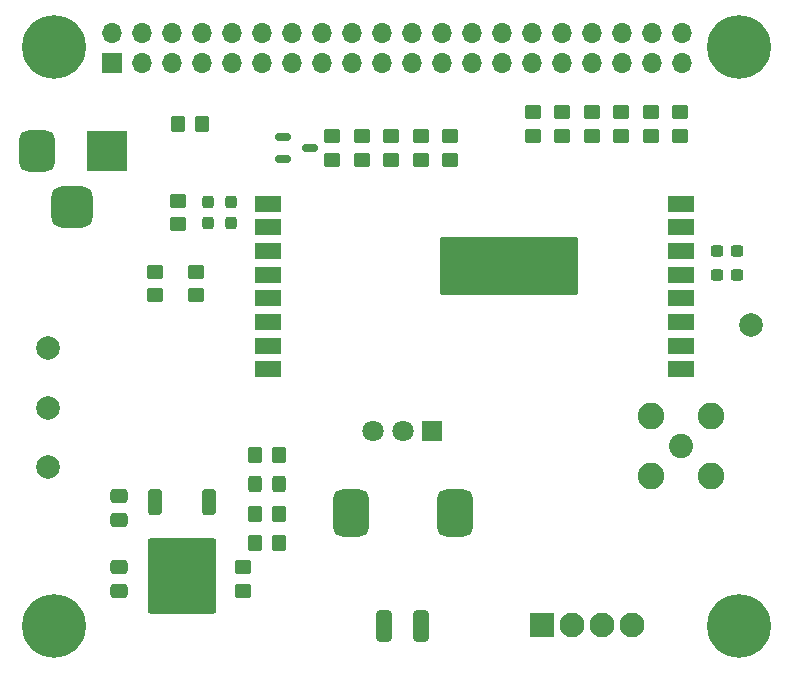
<source format=gbr>
%TF.GenerationSoftware,KiCad,Pcbnew,8.0.2-1*%
%TF.CreationDate,2024-05-25T15:23:03-04:00*%
%TF.ProjectId,Radio HAT,52616469-6f20-4484-9154-2e6b69636164,v1.1*%
%TF.SameCoordinates,Original*%
%TF.FileFunction,Soldermask,Top*%
%TF.FilePolarity,Negative*%
%FSLAX46Y46*%
G04 Gerber Fmt 4.6, Leading zero omitted, Abs format (unit mm)*
G04 Created by KiCad (PCBNEW 8.0.2-1) date 2024-05-25 15:23:03*
%MOMM*%
%LPD*%
G01*
G04 APERTURE LIST*
G04 Aperture macros list*
%AMRoundRect*
0 Rectangle with rounded corners*
0 $1 Rounding radius*
0 $2 $3 $4 $5 $6 $7 $8 $9 X,Y pos of 4 corners*
0 Add a 4 corners polygon primitive as box body*
4,1,4,$2,$3,$4,$5,$6,$7,$8,$9,$2,$3,0*
0 Add four circle primitives for the rounded corners*
1,1,$1+$1,$2,$3*
1,1,$1+$1,$4,$5*
1,1,$1+$1,$6,$7*
1,1,$1+$1,$8,$9*
0 Add four rect primitives between the rounded corners*
20,1,$1+$1,$2,$3,$4,$5,0*
20,1,$1+$1,$4,$5,$6,$7,0*
20,1,$1+$1,$6,$7,$8,$9,0*
20,1,$1+$1,$8,$9,$2,$3,0*%
G04 Aperture macros list end*
%ADD10RoundRect,0.250000X0.350000X0.450000X-0.350000X0.450000X-0.350000X-0.450000X0.350000X-0.450000X0*%
%ADD11R,2.100000X2.100000*%
%ADD12C,2.100000*%
%ADD13RoundRect,0.250000X-0.400000X-1.075000X0.400000X-1.075000X0.400000X1.075000X-0.400000X1.075000X0*%
%ADD14RoundRect,0.150000X-0.512500X-0.150000X0.512500X-0.150000X0.512500X0.150000X-0.512500X0.150000X0*%
%ADD15RoundRect,0.250000X-0.450000X0.350000X-0.450000X-0.350000X0.450000X-0.350000X0.450000X0.350000X0*%
%ADD16C,0.800000*%
%ADD17C,5.400000*%
%ADD18C,2.000000*%
%ADD19RoundRect,0.250000X0.450000X-0.350000X0.450000X0.350000X-0.450000X0.350000X-0.450000X-0.350000X0*%
%ADD20R,1.800000X1.800000*%
%ADD21C,1.800000*%
%ADD22RoundRect,0.750000X-0.750000X1.250000X-0.750000X-1.250000X0.750000X-1.250000X0.750000X1.250000X0*%
%ADD23RoundRect,0.250000X-0.475000X0.337500X-0.475000X-0.337500X0.475000X-0.337500X0.475000X0.337500X0*%
%ADD24RoundRect,0.237500X-0.300000X-0.237500X0.300000X-0.237500X0.300000X0.237500X-0.300000X0.237500X0*%
%ADD25C,2.050000*%
%ADD26C,2.250000*%
%ADD27RoundRect,0.250000X-0.350000X-0.450000X0.350000X-0.450000X0.350000X0.450000X-0.350000X0.450000X0*%
%ADD28RoundRect,0.250000X0.475000X-0.337500X0.475000X0.337500X-0.475000X0.337500X-0.475000X-0.337500X0*%
%ADD29R,1.700000X1.700000*%
%ADD30O,1.700000X1.700000*%
%ADD31RoundRect,0.250000X-0.350000X0.850000X-0.350000X-0.850000X0.350000X-0.850000X0.350000X0.850000X0*%
%ADD32RoundRect,0.249997X-2.650003X2.950003X-2.650003X-2.950003X2.650003X-2.950003X2.650003X2.950003X0*%
%ADD33RoundRect,0.063500X-1.000000X-0.650000X1.000000X-0.650000X1.000000X0.650000X-1.000000X0.650000X0*%
%ADD34RoundRect,0.063500X-5.750000X-2.350000X5.750000X-2.350000X5.750000X2.350000X-5.750000X2.350000X0*%
%ADD35R,3.500000X3.500000*%
%ADD36RoundRect,0.750000X-0.750000X-1.000000X0.750000X-1.000000X0.750000X1.000000X-0.750000X1.000000X0*%
%ADD37RoundRect,0.875000X-0.875000X-0.875000X0.875000X-0.875000X0.875000X0.875000X-0.875000X0.875000X0*%
%ADD38RoundRect,0.250000X-0.325000X-0.450000X0.325000X-0.450000X0.325000X0.450000X-0.325000X0.450000X0*%
%ADD39RoundRect,0.237500X-0.237500X0.300000X-0.237500X-0.300000X0.237500X-0.300000X0.237500X0.300000X0*%
G04 APERTURE END LIST*
D10*
X122500000Y-138000000D03*
X120500000Y-138000000D03*
D11*
X144780000Y-152400000D03*
D12*
X147320000Y-152400000D03*
X149860000Y-152400000D03*
X152400000Y-152400000D03*
D13*
X131450000Y-152500000D03*
X134550000Y-152500000D03*
D14*
X122862500Y-111064000D03*
X122862500Y-112964000D03*
X125137500Y-112014000D03*
D15*
X134518400Y-111014000D03*
X134518400Y-113014000D03*
D16*
X159475000Y-152500000D03*
X160068109Y-151068109D03*
X160068109Y-153931891D03*
X161500000Y-150475000D03*
D17*
X161500000Y-152500000D03*
D16*
X161500000Y-154525000D03*
X162931891Y-151068109D03*
X162931891Y-153931891D03*
X163525000Y-152500000D03*
D18*
X103000000Y-139000000D03*
X103000000Y-134000000D03*
D16*
X101475000Y-152500000D03*
X102068109Y-151068109D03*
X102068109Y-153931891D03*
X103500000Y-150475000D03*
D17*
X103500000Y-152500000D03*
D16*
X103500000Y-154525000D03*
X104931891Y-151068109D03*
X104931891Y-153931891D03*
X105525000Y-152500000D03*
D19*
X119500000Y-149500000D03*
X119500000Y-147500000D03*
D15*
X132029200Y-111014000D03*
X132029200Y-113014000D03*
D20*
X135500000Y-135950000D03*
D21*
X133000000Y-135950000D03*
X130500000Y-135950000D03*
D22*
X137400000Y-142950000D03*
X128600000Y-142950000D03*
D23*
X109000000Y-141462500D03*
X109000000Y-143537500D03*
D19*
X144000000Y-111000000D03*
X144000000Y-109000000D03*
D15*
X127050800Y-111014000D03*
X127050800Y-113014000D03*
D24*
X159605000Y-120750000D03*
X161330000Y-120750000D03*
D19*
X115500000Y-124500000D03*
X115500000Y-122500000D03*
X156500000Y-111000000D03*
X156500000Y-109000000D03*
D25*
X156567500Y-137250000D03*
D26*
X154027500Y-134710000D03*
X154027500Y-139790000D03*
X159107500Y-134710000D03*
X159107500Y-139790000D03*
D19*
X151500000Y-111000000D03*
X151500000Y-109000000D03*
X146500000Y-111000000D03*
X146500000Y-109000000D03*
D27*
X114000000Y-110000000D03*
X116000000Y-110000000D03*
D28*
X109000000Y-149537500D03*
X109000000Y-147462500D03*
D16*
X159475000Y-103500000D03*
X160068109Y-102068109D03*
X160068109Y-104931891D03*
X161500000Y-101475000D03*
D17*
X161500000Y-103500000D03*
D16*
X161500000Y-105525000D03*
X162931891Y-102068109D03*
X162931891Y-104931891D03*
X163525000Y-103500000D03*
D15*
X137007600Y-111014000D03*
X137007600Y-113014000D03*
D29*
X108400000Y-104790000D03*
D30*
X108400000Y-102250000D03*
X110940000Y-104790000D03*
X110940000Y-102250000D03*
X113480000Y-104790000D03*
X113480000Y-102250000D03*
X116020000Y-104790000D03*
X116020000Y-102250000D03*
X118560000Y-104790000D03*
X118560000Y-102250000D03*
X121100000Y-104790000D03*
X121100000Y-102250000D03*
X123640000Y-104790000D03*
X123640000Y-102250000D03*
X126180000Y-104790000D03*
X126180000Y-102250000D03*
X128720000Y-104790000D03*
X128720000Y-102250000D03*
X131260000Y-104790000D03*
X131260000Y-102250000D03*
X133800000Y-104790000D03*
X133800000Y-102250000D03*
X136340000Y-104790000D03*
X136340000Y-102250000D03*
X138880000Y-104790000D03*
X138880000Y-102250000D03*
X141420000Y-104790000D03*
X141420000Y-102250000D03*
X143960000Y-104790000D03*
X143960000Y-102250000D03*
X146500000Y-104790000D03*
X146500000Y-102250000D03*
X149040000Y-104790000D03*
X149040000Y-102250000D03*
X151580000Y-104790000D03*
X151580000Y-102250000D03*
X154120000Y-104790000D03*
X154120000Y-102250000D03*
X156660000Y-104790000D03*
X156660000Y-102250000D03*
D31*
X116560000Y-142000000D03*
D32*
X114280000Y-148300000D03*
D31*
X112000000Y-142000000D03*
D19*
X154000000Y-111000000D03*
X154000000Y-109000000D03*
D33*
X156567500Y-130750000D03*
X156567500Y-128750000D03*
X156567500Y-126750000D03*
X156567500Y-124750000D03*
X156567500Y-122750000D03*
X156567500Y-120750000D03*
X156567500Y-118750000D03*
X156567500Y-116750000D03*
X121567500Y-116750000D03*
X121567500Y-118750000D03*
X121567500Y-120750000D03*
X121567500Y-122750000D03*
X121567500Y-124750000D03*
X121567500Y-126750000D03*
X121567500Y-128750000D03*
X121567500Y-130750000D03*
D34*
X142000000Y-122000000D03*
D18*
X162500000Y-127000000D03*
D35*
X108000000Y-112300000D03*
D36*
X102000000Y-112300000D03*
D37*
X105000000Y-117000000D03*
D19*
X114000000Y-118500000D03*
X114000000Y-116500000D03*
D38*
X120475000Y-140500000D03*
X122525000Y-140500000D03*
D19*
X112000000Y-124500000D03*
X112000000Y-122500000D03*
D24*
X159605000Y-122750000D03*
X161330000Y-122750000D03*
D39*
X116500000Y-116637500D03*
X116500000Y-118362500D03*
D27*
X120500000Y-143000000D03*
X122500000Y-143000000D03*
X120500000Y-145500000D03*
X122500000Y-145500000D03*
D39*
X118500000Y-116637500D03*
X118500000Y-118362500D03*
D19*
X149000000Y-111000000D03*
X149000000Y-109000000D03*
D15*
X129540000Y-111014000D03*
X129540000Y-113014000D03*
D18*
X103000000Y-129000000D03*
D16*
X101475000Y-103500000D03*
X102068109Y-102068109D03*
X102068109Y-104931891D03*
X103500000Y-101475000D03*
D17*
X103500000Y-103500000D03*
D16*
X103500000Y-105525000D03*
X104931891Y-102068109D03*
X104931891Y-104931891D03*
X105525000Y-103500000D03*
M02*

</source>
